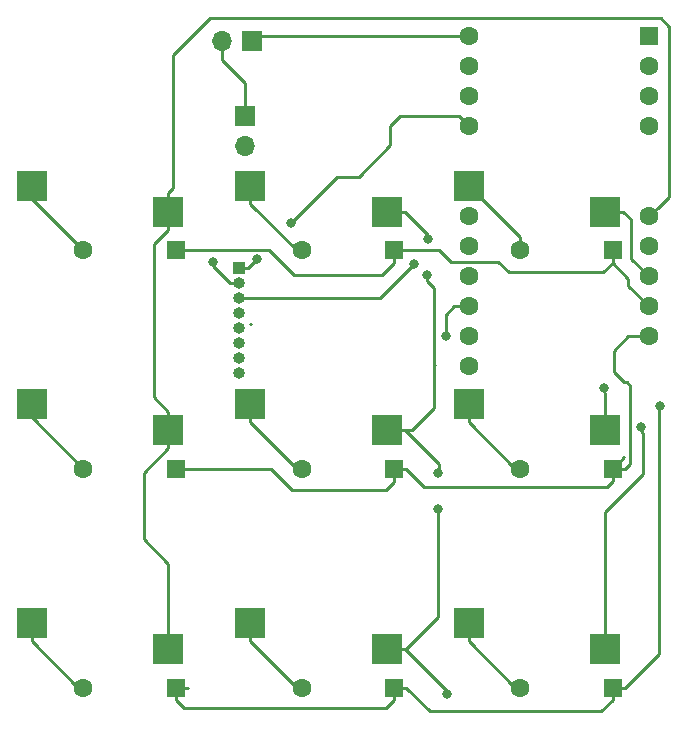
<source format=gbr>
G04 #@! TF.GenerationSoftware,KiCad,Pcbnew,(5.0.0-3-g5ebb6b6)*
G04 #@! TF.CreationDate,2019-02-07T22:00:29-08:00*
G04 #@! TF.ProjectId,arrowPad,6172726F775061642E6B696361645F70,rev?*
G04 #@! TF.SameCoordinates,Original*
G04 #@! TF.FileFunction,Copper,L2,Bot,Signal*
G04 #@! TF.FilePolarity,Positive*
%FSLAX46Y46*%
G04 Gerber Fmt 4.6, Leading zero omitted, Abs format (unit mm)*
G04 Created by KiCad (PCBNEW (5.0.0-3-g5ebb6b6)) date Thursday, February 07, 2019 at 10:00:29 PM*
%MOMM*%
%LPD*%
G01*
G04 APERTURE LIST*
G04 #@! TA.AperFunction,ComponentPad*
%ADD10R,1.700000X1.700000*%
G04 #@! TD*
G04 #@! TA.AperFunction,ComponentPad*
%ADD11O,1.700000X1.700000*%
G04 #@! TD*
G04 #@! TA.AperFunction,ComponentPad*
%ADD12R,1.600000X1.600000*%
G04 #@! TD*
G04 #@! TA.AperFunction,ComponentPad*
%ADD13C,1.600000*%
G04 #@! TD*
G04 #@! TA.AperFunction,SMDPad,CuDef*
%ADD14R,2.600000X2.600000*%
G04 #@! TD*
G04 #@! TA.AperFunction,ComponentPad*
%ADD15R,1.000000X1.000000*%
G04 #@! TD*
G04 #@! TA.AperFunction,ComponentPad*
%ADD16O,1.000000X1.000000*%
G04 #@! TD*
G04 #@! TA.AperFunction,ViaPad*
%ADD17C,0.800000*%
G04 #@! TD*
G04 #@! TA.AperFunction,Conductor*
%ADD18C,0.250000*%
G04 #@! TD*
G04 APERTURE END LIST*
D10*
G04 #@! TO.P,BT1,1*
G04 #@! TO.N,Net-(BT1-Pad1)*
X61800000Y-90400000D03*
D11*
G04 #@! TO.P,BT1,2*
G04 #@! TO.N,/GND1*
X61800000Y-92940000D03*
G04 #@! TD*
D12*
G04 #@! TO.P,D1,1*
G04 #@! TO.N,/Row1*
X55900000Y-101750000D03*
D13*
G04 #@! TO.P,D1,2*
G04 #@! TO.N,Net-(D1-Pad2)*
X48100000Y-101750000D03*
G04 #@! TD*
G04 #@! TO.P,D2,2*
G04 #@! TO.N,Net-(D2-Pad2)*
X66600000Y-101750000D03*
D12*
G04 #@! TO.P,D2,1*
G04 #@! TO.N,/Row1*
X74400000Y-101750000D03*
G04 #@! TD*
G04 #@! TO.P,D3,1*
G04 #@! TO.N,/Row1*
X92900000Y-101750000D03*
D13*
G04 #@! TO.P,D3,2*
G04 #@! TO.N,Net-(D3-Pad2)*
X85100000Y-101750000D03*
G04 #@! TD*
G04 #@! TO.P,D4,2*
G04 #@! TO.N,Net-(D4-Pad2)*
X48100000Y-120250000D03*
D12*
G04 #@! TO.P,D4,1*
G04 #@! TO.N,/Row2*
X55900000Y-120250000D03*
G04 #@! TD*
G04 #@! TO.P,D5,1*
G04 #@! TO.N,/Row2*
X74400000Y-120250000D03*
D13*
G04 #@! TO.P,D5,2*
G04 #@! TO.N,Net-(D5-Pad2)*
X66600000Y-120250000D03*
G04 #@! TD*
G04 #@! TO.P,D6,2*
G04 #@! TO.N,Net-(D6-Pad2)*
X85100000Y-120250000D03*
D12*
G04 #@! TO.P,D6,1*
G04 #@! TO.N,/Row2*
X92900000Y-120250000D03*
G04 #@! TD*
G04 #@! TO.P,D7,1*
G04 #@! TO.N,/Row3*
X55900000Y-138750000D03*
D13*
G04 #@! TO.P,D7,2*
G04 #@! TO.N,Net-(D7-Pad2)*
X48100000Y-138750000D03*
G04 #@! TD*
G04 #@! TO.P,D8,2*
G04 #@! TO.N,Net-(D8-Pad2)*
X66600000Y-138750000D03*
D12*
G04 #@! TO.P,D8,1*
G04 #@! TO.N,/Row3*
X74400000Y-138750000D03*
G04 #@! TD*
G04 #@! TO.P,D9,1*
G04 #@! TO.N,/Row3*
X92900000Y-138750000D03*
D13*
G04 #@! TO.P,D9,2*
G04 #@! TO.N,Net-(D9-Pad2)*
X85100000Y-138750000D03*
G04 #@! TD*
D14*
G04 #@! TO.P,K1,2*
G04 #@! TO.N,Net-(D1-Pad2)*
X43725000Y-96250000D03*
G04 #@! TO.P,K1,1*
G04 #@! TO.N,/Col1*
X55275000Y-98450000D03*
G04 #@! TD*
G04 #@! TO.P,K2,1*
G04 #@! TO.N,/Col2*
X73775000Y-98450000D03*
G04 #@! TO.P,K2,2*
G04 #@! TO.N,Net-(D2-Pad2)*
X62225000Y-96250000D03*
G04 #@! TD*
G04 #@! TO.P,K3,2*
G04 #@! TO.N,Net-(D3-Pad2)*
X80725000Y-96250000D03*
G04 #@! TO.P,K3,1*
G04 #@! TO.N,/Col3*
X92275000Y-98450000D03*
G04 #@! TD*
G04 #@! TO.P,K4,1*
G04 #@! TO.N,/Col1*
X55275000Y-116950000D03*
G04 #@! TO.P,K4,2*
G04 #@! TO.N,Net-(D4-Pad2)*
X43725000Y-114750000D03*
G04 #@! TD*
G04 #@! TO.P,K5,2*
G04 #@! TO.N,Net-(D5-Pad2)*
X62225000Y-114750000D03*
G04 #@! TO.P,K5,1*
G04 #@! TO.N,/Col2*
X73775000Y-116950000D03*
G04 #@! TD*
G04 #@! TO.P,K6,1*
G04 #@! TO.N,/Col3*
X92275000Y-116950000D03*
G04 #@! TO.P,K6,2*
G04 #@! TO.N,Net-(D6-Pad2)*
X80725000Y-114750000D03*
G04 #@! TD*
G04 #@! TO.P,K7,2*
G04 #@! TO.N,Net-(D7-Pad2)*
X43725000Y-133250000D03*
G04 #@! TO.P,K7,1*
G04 #@! TO.N,/Col1*
X55275000Y-135450000D03*
G04 #@! TD*
G04 #@! TO.P,K8,1*
G04 #@! TO.N,/Col2*
X73775000Y-135450000D03*
G04 #@! TO.P,K8,2*
G04 #@! TO.N,Net-(D8-Pad2)*
X62225000Y-133250000D03*
G04 #@! TD*
G04 #@! TO.P,K9,2*
G04 #@! TO.N,Net-(D9-Pad2)*
X80725000Y-133250000D03*
G04 #@! TO.P,K9,1*
G04 #@! TO.N,/Col3*
X92275000Y-135450000D03*
G04 #@! TD*
D10*
G04 #@! TO.P,SW1,1*
G04 #@! TO.N,/RAW1*
X62400000Y-84000000D03*
D11*
G04 #@! TO.P,SW1,2*
G04 #@! TO.N,Net-(BT1-Pad1)*
X59860000Y-84000000D03*
G04 #@! TD*
D15*
G04 #@! TO.P,U2,2*
G04 #@! TO.N,Net-(U1-Pad21)*
X61250000Y-103250000D03*
D16*
G04 #@! TO.P,U2,1*
G04 #@! TO.N,/GND1*
X61250000Y-104520000D03*
G04 #@! TO.P,U2,3*
G04 #@! TO.N,Net-(U1-Pad18)*
X61250000Y-105790000D03*
G04 #@! TO.P,U2,4*
G04 #@! TO.N,Net-(U1-Pad17)*
X61250000Y-107060000D03*
G04 #@! TO.P,U2,5*
G04 #@! TO.N,Net-(U1-Pad16)*
X61250000Y-108330000D03*
G04 #@! TO.P,U2,6*
G04 #@! TO.N,Net-(U1-Pad14)*
X61250000Y-109600000D03*
G04 #@! TO.P,U2,7*
G04 #@! TO.N,Net-(U1-Pad15)*
X61250000Y-110870000D03*
G04 #@! TO.P,U2,8*
G04 #@! TO.N,Net-(U2-Pad8)*
X61250000Y-112140000D03*
G04 #@! TD*
D13*
G04 #@! TO.P,U1,24*
G04 #@! TO.N,/RAW1*
X80780000Y-83630000D03*
G04 #@! TO.P,U1,23*
G04 #@! TO.N,/GND1*
X80780000Y-86170000D03*
G04 #@! TO.P,U1,22*
G04 #@! TO.N,Net-(U1-Pad22)*
X80780000Y-88710000D03*
G04 #@! TO.P,U1,21*
G04 #@! TO.N,Net-(U1-Pad21)*
X80780000Y-91250000D03*
G04 #@! TO.P,U1,18*
G04 #@! TO.N,Net-(U1-Pad18)*
X80780000Y-98870000D03*
G04 #@! TO.P,U1,17*
G04 #@! TO.N,Net-(U1-Pad17)*
X80780000Y-101410000D03*
G04 #@! TO.P,U1,16*
G04 #@! TO.N,Net-(U1-Pad16)*
X80780000Y-103950000D03*
G04 #@! TO.P,U1,15*
G04 #@! TO.N,Net-(U1-Pad15)*
X80780000Y-106490000D03*
G04 #@! TO.P,U1,14*
G04 #@! TO.N,Net-(U1-Pad14)*
X80780000Y-109030000D03*
G04 #@! TO.P,U1,13*
G04 #@! TO.N,/Row3*
X80780000Y-111570000D03*
G04 #@! TO.P,U1,11*
G04 #@! TO.N,/Row2*
X96020000Y-109030000D03*
G04 #@! TO.P,U1,10*
G04 #@! TO.N,/Row1*
X96020000Y-106490000D03*
G04 #@! TO.P,U1,9*
G04 #@! TO.N,/Col3*
X96020000Y-103950000D03*
G04 #@! TO.P,U1,8*
G04 #@! TO.N,/Col2*
X96020000Y-101410000D03*
G04 #@! TO.P,U1,7*
G04 #@! TO.N,/Col1*
X96020000Y-98870000D03*
G04 #@! TO.P,U1,4*
G04 #@! TO.N,Net-(U1-Pad4)*
X96020000Y-91250000D03*
G04 #@! TO.P,U1,3*
G04 #@! TO.N,Net-(U1-Pad3)*
X96020000Y-88710000D03*
G04 #@! TO.P,U1,2*
G04 #@! TO.N,Net-(U1-Pad2)*
X96020000Y-86170000D03*
D12*
G04 #@! TO.P,U1,1*
G04 #@! TO.N,Net-(U1-Pad1)*
X96020000Y-83630000D03*
G04 #@! TD*
D17*
G04 #@! TO.N,/GND1*
X59100000Y-102700000D03*
G04 #@! TO.N,/Row3*
X96900000Y-114900000D03*
G04 #@! TO.N,/Col2*
X77300000Y-100800000D03*
X77200000Y-103800000D03*
X78100000Y-120600000D03*
X78100000Y-123600000D03*
X78900000Y-139300000D03*
G04 #@! TO.N,/Col3*
X92200000Y-113400000D03*
X95295000Y-116700000D03*
X92275000Y-116950000D03*
G04 #@! TO.N,Net-(U1-Pad15)*
X78800000Y-108955001D03*
G04 #@! TO.N,Net-(U1-Pad18)*
X76100000Y-102900000D03*
G04 #@! TO.N,Net-(U1-Pad21)*
X62800000Y-102500000D03*
X65700000Y-99400000D03*
G04 #@! TD*
D18*
G04 #@! TO.N,*
X62250000Y-108000000D02*
X62225001Y-108000000D01*
G04 #@! TO.N,/RAW1*
X62770000Y-83630000D02*
X62400000Y-84000000D01*
X80780000Y-83630000D02*
X62770000Y-83630000D01*
G04 #@! TO.N,/GND1*
X60542894Y-104520000D02*
X59100000Y-103077106D01*
X61250000Y-104520000D02*
X60542894Y-104520000D01*
X59100000Y-103077106D02*
X59100000Y-102700000D01*
G04 #@! TO.N,Net-(D1-Pad2)*
X43725000Y-97375000D02*
X43725000Y-96250000D01*
X48100000Y-101750000D02*
X43725000Y-97375000D01*
G04 #@! TO.N,/Row1*
X74400000Y-101750000D02*
X75450000Y-101750000D01*
X92900000Y-102800000D02*
X94250000Y-104150000D01*
X94250000Y-104720000D02*
X96020000Y-106490000D01*
X94250000Y-104150000D02*
X94250000Y-104720000D01*
X74400000Y-101750000D02*
X78250000Y-101750000D01*
X78250000Y-101750000D02*
X79200000Y-102700000D01*
X79200000Y-102700000D02*
X83200000Y-102700000D01*
X83200000Y-102700000D02*
X84100000Y-103600000D01*
X84100000Y-103600000D02*
X90000000Y-103600000D01*
X90000000Y-103600000D02*
X92000000Y-103600000D01*
X92900000Y-102800000D02*
X92900000Y-101750000D01*
X92100000Y-103600000D02*
X92900000Y-102800000D01*
X92000000Y-103600000D02*
X92100000Y-103600000D01*
X73400000Y-103800000D02*
X74400000Y-102800000D01*
X65900000Y-103800000D02*
X73400000Y-103800000D01*
X63850000Y-101750000D02*
X65900000Y-103800000D01*
X74400000Y-102800000D02*
X74400000Y-101750000D01*
X55900000Y-101750000D02*
X63850000Y-101750000D01*
G04 #@! TO.N,Net-(D2-Pad2)*
X62225000Y-97800000D02*
X66175000Y-101750000D01*
X66175000Y-101750000D02*
X66600000Y-101750000D01*
X62225000Y-96250000D02*
X62225000Y-97800000D01*
G04 #@! TO.N,Net-(D3-Pad2)*
X85100000Y-100618630D02*
X85100000Y-101750000D01*
X80731370Y-96250000D02*
X85100000Y-100618630D01*
X80725000Y-96250000D02*
X80731370Y-96250000D01*
G04 #@! TO.N,Net-(D4-Pad2)*
X43725000Y-115875000D02*
X43725000Y-114750000D01*
X48100000Y-120250000D02*
X43725000Y-115875000D01*
G04 #@! TO.N,/Row2*
X92450000Y-121750000D02*
X92900000Y-121300000D01*
X76950000Y-121750000D02*
X92450000Y-121750000D01*
X92900000Y-121300000D02*
X92900000Y-120250000D01*
X75450000Y-120250000D02*
X76950000Y-121750000D01*
X74400000Y-120250000D02*
X75450000Y-120250000D01*
X74400000Y-121350000D02*
X74400000Y-120250000D01*
X73750000Y-122000000D02*
X74400000Y-121350000D01*
X65750000Y-122000000D02*
X73750000Y-122000000D01*
X64000000Y-120250000D02*
X65750000Y-122000000D01*
X55900000Y-120250000D02*
X64000000Y-120250000D01*
X92900000Y-120250000D02*
X93900001Y-119249999D01*
X93900001Y-112900001D02*
X93000000Y-112000000D01*
X93000000Y-112000000D02*
X93000000Y-110250000D01*
X94220000Y-109030000D02*
X96020000Y-109030000D01*
X93000000Y-110250000D02*
X94220000Y-109030000D01*
X93900001Y-112900001D02*
X94100001Y-112900001D01*
X94100001Y-112900001D02*
X94400000Y-113200000D01*
X94400000Y-119800000D02*
X93950000Y-120250000D01*
X93950000Y-120250000D02*
X92900000Y-120250000D01*
X94400000Y-113200000D02*
X94400000Y-119800000D01*
G04 #@! TO.N,Net-(D5-Pad2)*
X66175000Y-120250000D02*
X66600000Y-120250000D01*
X62225000Y-116300000D02*
X66175000Y-120250000D01*
X62225000Y-114750000D02*
X62225000Y-116300000D01*
G04 #@! TO.N,Net-(D6-Pad2)*
X84675000Y-120250000D02*
X85100000Y-120250000D01*
X80725000Y-116300000D02*
X84675000Y-120250000D01*
X80725000Y-114750000D02*
X80725000Y-116300000D01*
G04 #@! TO.N,Net-(D7-Pad2)*
X43725000Y-134800000D02*
X47675000Y-138750000D01*
X47675000Y-138750000D02*
X48100000Y-138750000D01*
X43725000Y-133250000D02*
X43725000Y-134800000D01*
G04 #@! TO.N,/Row3*
X55900000Y-138750000D02*
X56950000Y-138750000D01*
X73700000Y-140500000D02*
X74400000Y-139800000D01*
X55900000Y-139800000D02*
X56600000Y-140500000D01*
X74400000Y-139800000D02*
X74400000Y-138750000D01*
X56600000Y-140500000D02*
X73700000Y-140500000D01*
X55900000Y-138750000D02*
X55900000Y-139800000D01*
X92900000Y-139800000D02*
X92900000Y-138750000D01*
X77450000Y-140750000D02*
X91950000Y-140750000D01*
X75450000Y-138750000D02*
X77450000Y-140750000D01*
X91950000Y-140750000D02*
X92900000Y-139800000D01*
X74400000Y-138750000D02*
X75450000Y-138750000D01*
X93950000Y-138750000D02*
X96800000Y-135900000D01*
X92900000Y-138750000D02*
X93950000Y-138750000D01*
X96800000Y-115000000D02*
X96900000Y-114900000D01*
X96800000Y-135900000D02*
X96800000Y-115000000D01*
G04 #@! TO.N,Net-(D8-Pad2)*
X66175000Y-138750000D02*
X66600000Y-138750000D01*
X62225000Y-134800000D02*
X66175000Y-138750000D01*
X62225000Y-133250000D02*
X62225000Y-134800000D01*
G04 #@! TO.N,Net-(D9-Pad2)*
X84675000Y-138750000D02*
X85100000Y-138750000D01*
X80725000Y-134800000D02*
X84675000Y-138750000D01*
X80725000Y-133250000D02*
X80725000Y-134800000D01*
G04 #@! TO.N,/Col1*
X55275000Y-115400000D02*
X55275000Y-116950000D01*
X54039501Y-101235499D02*
X54039501Y-114164501D01*
X55275000Y-100000000D02*
X54039501Y-101235499D01*
X54039501Y-114164501D02*
X55275000Y-115400000D01*
X55275000Y-98450000D02*
X55275000Y-100000000D01*
X55275000Y-116950000D02*
X55275000Y-118500000D01*
X55275000Y-118500000D02*
X53200000Y-120575000D01*
X53200000Y-120575000D02*
X53200000Y-126200000D01*
X55275000Y-128275000D02*
X55275000Y-135450000D01*
X53200000Y-126200000D02*
X55275000Y-128275000D01*
X55275000Y-96900000D02*
X55700000Y-96475000D01*
X55275000Y-98450000D02*
X55275000Y-96900000D01*
X55700000Y-96475000D02*
X55700000Y-85200000D01*
X55700000Y-85200000D02*
X58800000Y-82100000D01*
X58800000Y-82100000D02*
X97000000Y-82100000D01*
X96819999Y-98070001D02*
X96020000Y-98870000D01*
X97700000Y-97190000D02*
X96819999Y-98070001D01*
X97700000Y-82800000D02*
X97700000Y-97190000D01*
X97000000Y-82100000D02*
X97700000Y-82800000D01*
G04 #@! TO.N,/Col2*
X73775000Y-98450000D02*
X73650000Y-98450000D01*
X75325000Y-98450000D02*
X77300000Y-100425000D01*
X73775000Y-98450000D02*
X75325000Y-98450000D01*
X77300000Y-100425000D02*
X77300000Y-100800000D01*
X77200000Y-104365685D02*
X77800000Y-104965685D01*
X77200000Y-103800000D02*
X77200000Y-104365685D01*
X77800000Y-111375000D02*
X77900000Y-111475000D01*
X77800000Y-104965685D02*
X77800000Y-111375000D01*
X77800000Y-112800000D02*
X77800000Y-115100000D01*
X77800000Y-111375000D02*
X77800000Y-112800000D01*
X77800000Y-112800000D02*
X77800000Y-113000000D01*
X75950000Y-116950000D02*
X73775000Y-116950000D01*
X77800000Y-115100000D02*
X75950000Y-116950000D01*
X75325000Y-116950000D02*
X78200000Y-119825000D01*
X73775000Y-116950000D02*
X75325000Y-116950000D01*
X78200000Y-120500000D02*
X78100000Y-120600000D01*
X78200000Y-119825000D02*
X78200000Y-120500000D01*
X78100000Y-123600000D02*
X78100000Y-132800000D01*
X75450000Y-135450000D02*
X73775000Y-135450000D01*
X78100000Y-132800000D02*
X75450000Y-135450000D01*
X73775000Y-135450000D02*
X75325000Y-135450000D01*
X78900000Y-139025000D02*
X78900000Y-139300000D01*
X75325000Y-135450000D02*
X78900000Y-139025000D01*
G04 #@! TO.N,/Col3*
X93825000Y-98450000D02*
X92275000Y-98450000D01*
X94500000Y-99125000D02*
X93825000Y-98450000D01*
X94500000Y-102430000D02*
X94500000Y-99125000D01*
X96020000Y-103950000D02*
X94500000Y-102430000D01*
X92275000Y-116950000D02*
X92275000Y-113825000D01*
X92200000Y-113750000D02*
X92200000Y-113400000D01*
X92275000Y-113825000D02*
X92200000Y-113750000D01*
X92275000Y-135450000D02*
X92275000Y-123925000D01*
X92275000Y-123925000D02*
X95500000Y-120700000D01*
X95500000Y-120700000D02*
X95500000Y-117200000D01*
X95295000Y-116995000D02*
X95295000Y-116700000D01*
X95500000Y-117200000D02*
X95295000Y-116995000D01*
G04 #@! TO.N,Net-(U1-Pad15)*
X78800000Y-108955001D02*
X78800000Y-107200000D01*
X79510000Y-106490000D02*
X80780000Y-106490000D01*
X78800000Y-107200000D02*
X79510000Y-106490000D01*
G04 #@! TO.N,Net-(U1-Pad18)*
X61250000Y-105790000D02*
X73210000Y-105790000D01*
X73210000Y-105790000D02*
X76100000Y-102900000D01*
G04 #@! TO.N,Net-(U1-Pad21)*
X62050000Y-103250000D02*
X62800000Y-102500000D01*
X61250000Y-103250000D02*
X62050000Y-103250000D01*
X65700000Y-99400000D02*
X69600000Y-95500000D01*
X69600000Y-95500000D02*
X71400000Y-95500000D01*
X71400000Y-95500000D02*
X74100000Y-92800000D01*
X74100000Y-92800000D02*
X74100000Y-91200000D01*
X74100000Y-91200000D02*
X74900000Y-90400000D01*
X79930000Y-90400000D02*
X80780000Y-91250000D01*
X74900000Y-90400000D02*
X79930000Y-90400000D01*
G04 #@! TO.N,Net-(BT1-Pad1)*
X59860000Y-84000000D02*
X59860000Y-85610000D01*
X61800000Y-87550000D02*
X61800000Y-90400000D01*
X59860000Y-85610000D02*
X61800000Y-87550000D01*
G04 #@! TD*
M02*

</source>
